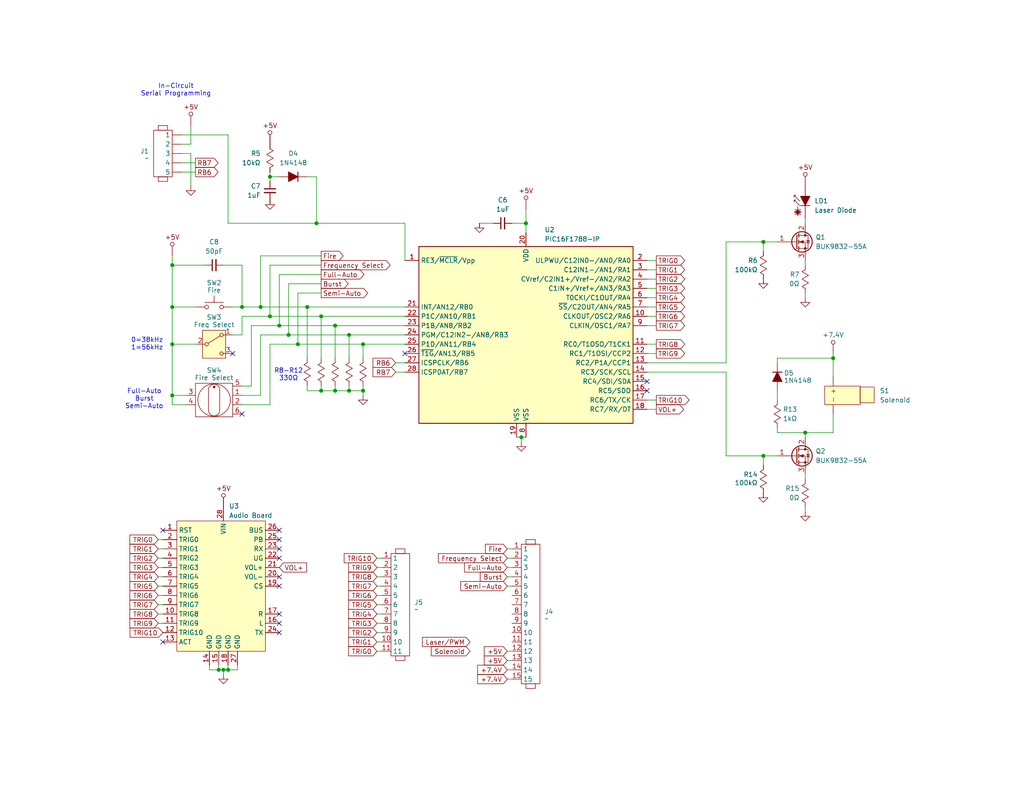
<source format=kicad_sch>
(kicad_sch (version 20231120) (generator "eeschema") (generator_version "8.0")
  (paper "A")
  (title_block (title "Blaster") (date "2025-04-14") (rev "A") (company "Idaho State University"))
  (lib_symbols
    (symbol "AW_Libraries_Power:+7.4V"
      (property "Value" "+7.4V" (at 0 0 0))
      (symbol "+7.4V_0_1"
        (circle (center 0 -2.032) (radius 0.508))
      )
      (symbol "+7.4V_1_1"
        (pin power_in line (at 0 -5.08 90) (length 2.54) (name "") (number ""))
      )
    )
    (symbol "AW_Libraries_Power:GND" (power) (pin_numbers hide) (pin_names (offset 0) hide) (in_bom no) (on_board no)
      (symbol "GND_0_1"
        (polyline (pts (xy -1.27 0) (xy 1.27 0) (xy 0 -1.27) (xy -1.27 0)))
      )
      (symbol "GND_1_1"
        (pin input line (at 0 1.27 270) (length 1.27) (name "GND") (number ""))
      )
    )
    (symbol "Device:C_Small" (pin_numbers hide) (pin_names (offset 0.254) hide)
      (property "Reference" "C" (at 0.254 1.778 0))
      (property "Value" "C_Small" (at 0.254 -2.032 0))
      (symbol "C_Small_0_1"
        (polyline (pts (xy -1.524 -0.508) (xy 1.524 -0.508)) (stroke (width 0.3302)))
        (polyline (pts (xy -1.524 0.508) (xy 1.524 0.508)) (stroke (width 0.3048)))
      )
      (symbol "C_Small_1_1"
        (pin passive line (at 0 2.54 270) (length 2.032) (name "~") (number "1"))
        (pin passive line (at 0 -2.54 90) (length 2.032) (name "~") (number "2"))
      )
    )
    (symbol "Device:D_Filled" (pin_numbers hide) (pin_names (offset 1.016) hide)
      (property "Reference" "D" (at 0 2.54 0))
      (property "Value" "D_Filled" (at 0 -2.54 0))
      (symbol "D_Filled_0_1"
        (polyline (pts (xy -1.27 1.27) (xy -1.27 -1.27)) (stroke (width 0.254)))
        (polyline (pts (xy 1.27 0) (xy -1.27 0)))
        (polyline (pts (xy 1.27 1.27) (xy 1.27 -1.27) (xy -1.27 0) (xy 1.27 1.27)) (stroke (width 0.254)) (fill (type outline)))
      )
      (symbol "D_Filled_1_1"
        (pin passive line (at -3.81 0 0) (length 2.54) (name "K") (number "1"))
        (pin passive line (at 3.81 0 180) (length 2.54) (name "A") (number "2"))
      )
    )
    (symbol "Libraries:+5V" (power) (pin_numbers hide) (pin_names (offset 0)) (in_bom no) (on_board no)
      (symbol "+5V_0_1"
        (circle (center 0 1.905) (radius 0.5236))
      )
      (symbol "+5V_1_0"
        (text "+5V" (at 0 3.81 0) (effects (font (size 1.27 1.27))))
      )
      (symbol "+5V_1_1"
        (pin power_in line (at 0 -1.27 90) (length 2.54) (name "") (number ""))
      )
    )
    (symbol "Libraries:Audio_Board"
      (property "Reference" "U" (at -2.032 -0.508 0))
      (property "Value" "Adafruit Audio Board" (at 7.366 -2.54 0))
      (symbol "Audio_Board_1_1"
        (rectangle (start -16.51 -5.08) (end 7.62 -40.64) (fill (type background)))
        (pin input line (at -20.32 -7.62 0) (length 3.81) (name "RST") (number "1"))
        (pin input line (at -20.32 -30.48 0) (length 3.81) (name "TRIG8") (number "10"))
        (pin input line (at -20.32 -33.02 0) (length 3.81) (name "TRIG9") (number "11"))
        (pin input line (at -20.32 -35.56 0) (length 3.81) (name "TRIG10") (number "12"))
        (pin input line (at -20.32 -38.1 0) (length 3.81) (name "ACT") (number "13"))
        (pin power_in line (at -7.62 -44.45 90) (length 3.81) (name "GND") (number "14"))
        (pin power_in line (at -5.08 -44.45 90) (length 3.81) (name "GND") (number "15"))
        (pin output line (at 11.43 -33.02 180) (length 3.81) (name "L") (number "16"))
        (pin output line (at 11.43 -30.48 180) (length 3.81) (name "R") (number "17"))
        (pin power_in line (at -2.54 -44.45 90) (length 3.81) (name "GND") (number "18"))
        (pin input line (at 11.43 -22.86 180) (length 3.81) (name "CS") (number "19"))
        (pin input line (at -20.32 -10.16 0) (length 3.81) (name "TRIG0") (number "2"))
        (pin input line (at 11.43 -20.32 180) (length 3.81) (name "VOL-") (number "20"))
        (pin input line (at 11.43 -17.78 180) (length 3.81) (name "VOL+") (number "21"))
        (pin input line (at 11.43 -15.24 180) (length 3.81) (name "UG") (number "22"))
        (pin input line (at 11.43 -12.7 180) (length 3.81) (name "RX") (number "23"))
        (pin output line (at 11.43 -35.56 180) (length 3.81) (name "TX") (number "24"))
        (pin input line (at 11.43 -10.16 180) (length 3.81) (name "PB") (number "25"))
        (pin input line (at 11.43 -7.62 180) (length 3.81) (name "BUS") (number "26"))
        (pin power_in line (at 0 -44.45 90) (length 3.81) (name "GND") (number "27"))
        (pin power_in line (at -3.81 -1.27 270) (length 3.81) (name "VIN") (number "28"))
        (pin input line (at -20.32 -12.7 0) (length 3.81) (name "TRIG1") (number "3"))
        (pin input line (at -20.32 -15.24 0) (length 3.81) (name "TRIG2") (number "4"))
        (pin input line (at -20.32 -17.78 0) (length 3.81) (name "TRIG3") (number "5"))
        (pin input line (at -20.32 -20.32 0) (length 3.81) (name "TRIG4") (number "6"))
        (pin input line (at -20.32 -22.86 0) (length 3.81) (name "TRIG5") (number "7"))
        (pin input line (at -20.32 -25.4 0) (length 3.81) (name "TRIG6") (number "8"))
        (pin input line (at -20.32 -27.94 0) (length 3.81) (name "TRIG7") (number "9"))
      )
    )
    (symbol "Libraries:Header_1x11"
      (property "Reference" "J" (at 0 0 0))
      (symbol "Header_1x11_0_1"
        (rectangle (start -2.54 -2.54) (end 2.54 -30.48))
        (rectangle (start -1.27 -30.48) (end 1.27 -31.75))
        (rectangle (start -1.27 -1.27) (end 1.27 -2.54))
      )
      (symbol "Header_1x11_1_1"
        (pin passive line (at -5.08 -3.81 0) (length 2.54) (name "1") (number "1"))
        (pin passive line (at -5.08 -26.67 0) (length 2.54) (name "10") (number "10"))
        (pin passive line (at -5.08 -29.21 0) (length 2.54) (name "11") (number "11"))
        (pin passive line (at -5.08 -6.35 0) (length 2.54) (name "2") (number "2"))
        (pin passive line (at -5.08 -8.89 0) (length 2.54) (name "3") (number "3"))
        (pin passive line (at -5.08 -11.43 0) (length 2.54) (name "4") (number "4"))
        (pin passive line (at -5.08 -13.97 0) (length 2.54) (name "5") (number "5"))
        (pin passive line (at -5.08 -16.51 0) (length 2.54) (name "6") (number "6"))
        (pin passive line (at -5.08 -19.05 0) (length 2.54) (name "7") (number "7"))
        (pin passive line (at -5.08 -21.59 0) (length 2.54) (name "8") (number "8"))
        (pin passive line (at -5.08 -24.13 0) (length 2.54) (name "9") (number "9"))
      )
    )
    (symbol "Libraries:Header_1x15"
      (property "Reference" "J" (at 0 0 0))
      (symbol "Header_1x15_0_1"
        (rectangle (start -2.54 -2.54) (end 2.54 -40.64))
        (rectangle (start -1.27 -40.64) (end 1.27 -41.91))
        (rectangle (start -1.27 -1.27) (end 1.27 -2.54))
      )
      (symbol "Header_1x15_1_1"
        (pin passive line (at -5.08 -3.81 0) (length 2.54) (name "1") (number "1"))
        (pin passive line (at -5.08 -26.67 0) (length 2.54) (name "10") (number "10"))
        (pin passive line (at -5.08 -29.21 0) (length 2.54) (name "11") (number "11"))
        (pin passive line (at -5.08 -31.75 0) (length 2.54) (name "12") (number "12"))
        (pin passive line (at -5.08 -34.29 0) (length 2.54) (name "13") (number "13"))
        (pin passive line (at -5.08 -36.83 0) (length 2.54) (name "14") (number "14"))
        (pin passive line (at -5.08 -39.37 0) (length 2.54) (name "15") (number "15"))
        (pin passive line (at -5.08 -6.35 0) (length 2.54) (name "2") (number "2"))
        (pin passive line (at -5.08 -8.89 0) (length 2.54) (name "3") (number "3"))
        (pin passive line (at -5.08 -11.43 0) (length 2.54) (name "4") (number "4"))
        (pin passive line (at -5.08 -13.97 0) (length 2.54) (name "5") (number "5"))
        (pin passive line (at -5.08 -16.51 0) (length 2.54) (name "6") (number "6"))
        (pin passive line (at -5.08 -19.05 0) (length 2.54) (name "7") (number "7"))
        (pin passive line (at -5.08 -21.59 0) (length 2.54) (name "8") (number "8"))
        (pin passive line (at -5.08 -24.13 0) (length 2.54) (name "9") (number "9"))
      )
    )
    (symbol "Libraries:Header_1x5" (pin_numbers hide)
      (property "Reference" "J" (at 0 0 0))
      (symbol "Header_1x5_0_1"
        (rectangle (start -2.54 -2.54) (end 2.54 -15.24))
        (rectangle (start -1.27 -15.24) (end 1.27 -16.51))
        (rectangle (start -1.27 -1.27) (end 1.27 -2.54))
      )
      (symbol "Header_1x5_1_1"
        (pin passive line (at -5.08 -3.81 0) (length 2.54) (name "1") (number "1"))
        (pin passive line (at -5.08 -6.35 0) (length 2.54) (name "2") (number "2"))
        (pin passive line (at -5.08 -8.89 0) (length 2.54) (name "3") (number "3"))
        (pin passive line (at -5.08 -11.43 0) (length 2.54) (name "4") (number "4"))
        (pin passive line (at -5.08 -13.97 0) (length 2.54) (name "5") (number "5"))
      )
    )
    (symbol "Libraries:Laser_Diode" (pin_numbers hide) (pin_names hide)
      (property "Reference" "LD" (at 0 0 0))
      (symbol "Laser_Diode_0_1"
        (polyline (pts (xy -4.064 -6.35) (xy -2.54 -4.826)))
        (polyline (pts (xy -4.064 -5.842) (xy -2.54 -5.334)))
        (polyline (pts (xy -4.064 -5.334) (xy -2.54 -5.842)))
        (polyline (pts (xy -4.064 -4.826) (xy -2.54 -6.35)))
        (polyline (pts (xy -3.556 -4.826) (xy -3.048 -6.35)))
        (polyline (pts (xy -3.302 -5.588) (xy -3.302 -6.604)))
        (polyline (pts (xy -3.302 -5.588) (xy -3.302 -4.572)))
        (polyline (pts (xy -3.048 -4.826) (xy -3.556 -6.35)))
        (polyline (pts (xy -1.778 -5.588) (xy -4.318 -5.588)))
        (polyline (pts (xy -1.524 -6.35) (xy -1.524 -8.89)) (stroke (width 0.2032)))
        (polyline (pts (xy 1.27 -4.572) (xy 0.762 -4.572)))
        (polyline (pts (xy -0.254 -6.096) (xy 1.27 -4.572) (xy 1.27 -5.08)))
        (polyline (pts (xy -1.524 -6.096) (xy 0 -4.572) (xy 0 -5.08) (xy 0 -4.572) (xy -0.508 -4.572)))
      )
      (symbol "Laser_Diode_1_1"
        (polyline (pts (xy 1.016 -6.35) (xy 1.016 -8.89) (xy -1.524 -7.62) (xy 1.016 -6.35)) (stroke (width 0.2032)) (fill (type outline)))
        (pin passive line (at 3.81 -7.62 180) (length 3.81) (name "A") (number "1"))
        (pin passive line (at -5.08 -7.62 0) (length 3.81) (name "K") (number "2"))
      )
    )
    (symbol "Libraries:PIC16F883_BIN_ACOUT"
      (property "Reference" "U" (at 0 0 0))
      (property "Value" "PIC16F883-IP" (at 6.096 -2.286 0))
      (symbol "PIC16F883_BIN_ACOUT_0_1"
        (rectangle (start -35.56 -3.81) (end 22.86 -52.07) (stroke (width 0.254)) (fill (type background)))
      )
      (symbol "PIC16F883_BIN_ACOUT_1_1"
        (pin bidirectional line (at -39.37 -7.62 0) (length 3.81) (name "RE3/~{MCLR}/Vpp") (number "1"))
        (pin bidirectional line (at 26.67 -22.86 180) (length 3.81) (name "CLKOUT/OSC2/RA6") (number "10"))
        (pin bidirectional line (at 26.67 -30.48 180) (length 3.81) (name "RC0/T1OSO/T1CK1") (number "11"))
        (pin bidirectional line (at 26.67 -33.02 180) (length 3.81) (name "RC1/T1OSI/CCP2") (number "12"))
        (pin bidirectional line (at 26.67 -35.56 180) (length 3.81) (name "RC2/P1A/CCP1") (number "13"))
        (pin bidirectional line (at 26.67 -38.1 180) (length 3.81) (name "RC3/SCK/SCL") (number "14"))
        (pin bidirectional line (at 26.67 -40.64 180) (length 3.81) (name "RC4/SDI/SDA") (number "15"))
        (pin bidirectional line (at 26.67 -43.18 180) (length 3.81) (name "RC5/SDO") (number "16"))
        (pin bidirectional line (at 26.67 -45.72 180) (length 3.81) (name "RC6/TX/CK") (number "17"))
        (pin bidirectional line (at 26.67 -48.26 180) (length 3.81) (name "RC7/RX/DT") (number "18"))
        (pin power_in line (at -8.89 -55.88 90) (length 3.81) (name "VSS") (number "19"))
        (pin bidirectional line (at 26.67 -7.62 180) (length 3.81) (name "ULPWU/C12IN0-/AN0/RA0") (number "2"))
        (pin power_in line (at -6.35 0 270) (length 3.81) (name "VDD") (number "20"))
        (pin bidirectional line (at -39.37 -20.32 0) (length 3.81) (name "INT/AN12/RB0") (number "21"))
        (pin bidirectional line (at -39.37 -22.86 0) (length 3.81) (name "P1C/AN10/RB1") (number "22"))
        (pin bidirectional line (at -39.37 -25.4 0) (length 3.81) (name "P1B/AN8/RB2") (number "23"))
        (pin bidirectional line (at -39.37 -27.94 0) (length 3.81) (name "PGM/C12IN2-/AN8/RB3") (number "24"))
        (pin bidirectional line (at -39.37 -30.48 0) (length 3.81) (name "P1D/AN11/RB4") (number "25"))
        (pin bidirectional line (at -39.37 -33.02 0) (length 3.81) (name "~{T1G}/AN13/RB5") (number "26"))
        (pin bidirectional line (at -39.37 -35.56 0) (length 3.81) (name "ICSPCLK/RB6") (number "27"))
        (pin bidirectional line (at -39.37 -38.1 0) (length 3.81) (name "ICSPDAT/RB7") (number "28"))
        (pin bidirectional line (at 26.67 -10.16 180) (length 3.81) (name "C12IN1-/AN1/RA1") (number "3"))
        (pin bidirectional line (at 26.67 -12.7 180) (length 3.81) (name "CVref/C2IN1+/Vref-/AN2/RA2") (number "4"))
        (pin bidirectional line (at 26.67 -15.24 180) (length 3.81) (name "C1IN+/Vref+/AN3/RA3") (number "5"))
        (pin bidirectional line (at 26.67 -17.78 180) (length 3.81) (name "T0CKI/C1OUT/RA4") (number "6"))
        (pin bidirectional line (at 26.67 -20.32 180) (length 3.81) (name "~{SS}/C2OUT/AN4/RA5") (number "7"))
        (pin power_in line (at -6.35 -55.88 90) (length 3.81) (name "VSS") (number "8"))
        (pin input line (at 26.67 -25.4 180) (length 3.81) (name "CLKIN/OSC1/RA7") (number "9"))
      )
    )
    (symbol "Libraries:R_Custom" (pin_numbers hide) (pin_names (offset 1.016) hide)
      (property "Reference" "R1" (at 0 6.35 0))
      (property "Value" "RΩ" (at 0 3.81 0))
      (symbol "R_Custom_0_1"
        (polyline (pts (xy -2.54 0) (xy -2.032 0.889) (xy -1.524 0) (xy -1.016 -0.889) (xy -0.508 0) (xy 0 0.889) (xy 0.508 0) (xy 1.016 -0.889) (xy 1.524 0) (xy 2.032 0.889) (xy 2.54 0)))
      )
      (symbol "R_Custom_1_1"
        (pin passive line (at -3.81 0 0) (length 1.27) (name "") (number "1"))
        (pin passive line (at 3.81 0 180) (length 1.27) (name "") (number "2"))
      )
    )
    (symbol "Libraries:SW_Blaster_Fire_Select"
      (property "Reference" "SW" (at 0 0 0))
      (symbol "SW_Blaster_Fire_Select_0_1"
        (rectangle (start -5.08 -1.778) (end 5.08 -10.922))
        (arc (start -1.524 -9.144) (mid -1.0776 -10.2216) (end 0 -10.668))
        (arc (start 0 -10.668) (mid 1.0776 -10.2216) (end 1.524 -9.144))
        (circle (center 0 -6.35) (radius 4.4432))
        (arc (start 0 -2.032) (mid -1.0776 -2.4784) (end -1.524 -3.556))
        (polyline (pts (xy -1.524 -3.556) (xy -1.524 -9.144)))
        (polyline (pts (xy 1.524 -3.556) (xy 1.524 -9.144)))
        (arc (start 1.524 -3.556) (mid 1.0708 -2.4852) (end 0 -2.032))
      )
      (symbol "SW_Blaster_Fire_Select_1_0"
        (pin output line (at 7.62 -5.08 180) (length 2.54) (name "") (number "1"))
        (pin output line (at 7.62 -7.62 180) (length 2.54) (name "") (number "2"))
        (pin input line (at -7.62 -5.08 0) (length 2.54) (name "") (number "3"))
        (pin input line (at -7.62 -7.62 0) (length 2.54) (name "") (number "4"))
        (pin output line (at 7.62 -2.54 180) (length 2.54) (name "") (number "5"))
        (pin output line (at 7.62 -10.16 180) (length 2.54) (name "") (number "6"))
      )
      (symbol "SW_Blaster_Fire_Select_1_1"
        (circle (center 0 -2.794) (radius 0.254) (fill (type outline)))
      )
    )
    (symbol "Libraries:Solenoid" (pin_numbers hide)
      (property "Reference" "S" (at 2.286 -5.08 0))
      (property "Value" "Solenoid" (at 5.588 -7.366 0))
      (symbol "Solenoid_1_1"
        (rectangle (start -2.286 -8.89) (end 7.366 -13.97) (fill (type background)))
        (rectangle (start 7.366 -9.144) (end 11.176 -13.462) (fill (type background)))
        (pin input line (at 0 -6.35 270) (length 2.54) (name "+") (number "1"))
        (pin input line (at 0 -16.51 90) (length 2.54) (name "-") (number "2"))
      )
    )
    (symbol "Switch:SW_Push" (pin_numbers hide) (pin_names (offset 1.016) hide)
      (property "Reference" "SW" (at 1.27 2.54 0))
      (property "Value" "SW_Push" (at 0 -1.524 0))
      (symbol "SW_Push_0_1"
        (circle (center -2.032 0) (radius 0.508))
        (polyline (pts (xy 0 1.27) (xy 0 3.048)))
        (polyline (pts (xy 2.54 1.27) (xy -2.54 1.27)))
        (circle (center 2.032 0) (radius 0.508))
        (pin passive line (at -5.08 0 0) (length 2.54) (name "1") (number "1"))
        (pin passive line (at 5.08 0 180) (length 2.54) (name "2") (number "2"))
      )
    )
    (symbol "Switch:SW_SPDT" (pin_names (offset 0) hide)
      (property "Reference" "SW" (at 0 5.08 0))
      (property "Value" "SW_SPDT" (at 0 -5.08 0))
      (symbol "SW_SPDT_0_1"
        (circle (center -2.032 0) (radius 0.4572))
        (polyline (pts (xy -1.651 0.254) (xy 1.651 2.286)))
        (circle (center 2.032 -2.54) (radius 0.4572))
        (circle (center 2.032 2.54) (radius 0.4572))
      )
      (symbol "SW_SPDT_1_1"
        (rectangle (start -3.175 3.81) (end 3.175 -3.81) (fill (type background)))
        (pin passive line (at 5.08 2.54 180) (length 2.54) (name "A") (number "1"))
        (pin passive line (at -5.08 0 0) (length 2.54) (name "B") (number "2"))
        (pin passive line (at 5.08 -2.54 180) (length 2.54) (name "C") (number "3"))
      )
    )
    (symbol "Transistor_FET:BUK7880-55A" (pin_names hide)
      (property "Reference" "Q" (at 5.08 1.905 0))
      (property "Value" "BUK7880-55A" (at 5.08 0 0))
      (symbol "BUK7880-55A_0_1"
        (polyline (pts (xy 0.254 0) (xy -2.54 0)))
        (polyline (pts (xy 0.254 1.905) (xy 0.254 -1.905)) (stroke (width 0.254)))
        (polyline (pts (xy 0.762 -1.27) (xy 0.762 -2.286)) (stroke (width 0.254)))
        (polyline (pts (xy 0.762 0.508) (xy 0.762 -0.508)) (stroke (width 0.254)))
        (polyline (pts (xy 0.762 2.286) (xy 0.762 1.27)) (stroke (width 0.254)))
        (polyline (pts (xy 2.54 2.54) (xy 2.54 1.778)))
        (polyline (pts (xy 2.54 -2.54) (xy 2.54 0) (xy 0.762 0)))
        (polyline (pts (xy 0.762 -1.778) (xy 3.302 -1.778) (xy 3.302 1.778) (xy 0.762 1.778)))
        (polyline (pts (xy 1.016 0) (xy 2.032 0.381) (xy 2.032 -0.381) (xy 1.016 0)) (fill (type outline)))
        (polyline (pts (xy 2.794 0.508) (xy 2.921 0.381) (xy 3.683 0.381) (xy 3.81 0.254)))
        (polyline (pts (xy 3.302 0.381) (xy 2.921 -0.254) (xy 3.683 -0.254) (xy 3.302 0.381)))
        (circle (center 1.651 0) (radius 2.794) (stroke (width 0.254)))
        (circle (center 2.54 -1.778) (radius 0.254) (fill (type outline)))
        (circle (center 2.54 1.778) (radius 0.254) (fill (type outline)))
      )
      (symbol "BUK7880-55A_1_1"
        (pin input line (at -5.08 0 0) (length 2.54) (name "G") (number "1"))
        (pin passive line (at 2.54 5.08 270) (length 2.54) (name "D") (number "2"))
        (pin passive line (at 2.54 -5.08 90) (length 2.54) (name "S") (number "3"))
      )
    )
  )
  (junction (at 95.25 91.44))
  (junction (at 86.36 60.96))
  (junction (at 78.74 91.44))
  (junction (at 208.28 66.04))
  (junction (at 99.06 106.68))
  (junction (at 83.82 83.82))
  (junction (at 142.24 119.38))
  (junction (at 66.04 83.82))
  (junction (at 62.23 182.88))
  (junction (at 81.28 93.98))
  (junction (at 219.71 118.11))
  (junction (at 46.99 93.98))
  (junction (at 59.69 182.88))
  (junction (at 73.66 48.26))
  (junction (at 227.33 97.79))
  (junction (at 46.99 83.82))
  (junction (at 46.99 72.39))
  (junction (at 73.66 86.36))
  (junction (at 95.25 106.68))
  (junction (at 46.99 107.95))
  (junction (at 60.96 182.88))
  (junction (at 87.63 106.68))
  (junction (at 76.2 88.9))
  (junction (at 143.51 60.96))
  (junction (at 91.44 88.9))
  (junction (at 87.63 86.36))
  (junction (at 91.44 106.68))
  (junction (at 208.28 124.46))
  (junction (at 99.06 93.98))
  (junction (at 71.12 83.82))
  (no_connect (at 76.2 157.48))
  (no_connect (at 66.04 113.03))
  (no_connect (at 76.2 152.4))
  (no_connect (at 76.2 172.72))
  (no_connect (at 76.2 170.18))
  (no_connect (at 176.53 104.14))
  (no_connect (at 63.5 96.52))
  (no_connect (at 76.2 149.86))
  (no_connect (at 76.2 144.78))
  (no_connect (at 110.49 96.52))
  (no_connect (at 176.53 106.68))
  (no_connect (at 44.45 175.26))
  (no_connect (at 76.2 160.02))
  (no_connect (at 44.45 144.78))
  (no_connect (at 76.2 167.64))
  (no_connect (at 76.2 147.32))
  (wire (pts (xy 57.15 182.88) (xy 59.69 182.88)))
  (wire (pts (xy 208.28 68.58) (xy 208.28 66.04)))
  (wire (pts (xy 46.99 72.39) (xy 46.99 83.82)))
  (wire (pts (xy 91.44 88.9) (xy 110.49 88.9)))
  (wire (pts (xy 57.15 181.61) (xy 57.15 182.88)))
  (wire (pts (xy 81.28 93.98) (xy 99.06 93.98)))
  (wire (pts (xy 138.43 157.48) (xy 139.7 157.48)))
  (wire (pts (xy 63.5 91.44) (xy 66.04 91.44)))
  (wire (pts (xy 76.2 74.93) (xy 76.2 88.9)))
  (wire (pts (xy 46.99 93.98) (xy 46.99 107.95)))
  (wire (pts (xy 66.04 86.36) (xy 73.66 86.36)))
  (wire (pts (xy 107.95 99.06) (xy 110.49 99.06)))
  (wire (pts (xy 71.12 83.82) (xy 83.82 83.82)))
  (wire (pts (xy 102.87 162.56) (xy 104.14 162.56)))
  (wire (pts (xy 83.82 105.41) (xy 83.82 106.68)))
  (wire (pts (xy 43.18 160.02) (xy 44.45 160.02)))
  (wire (pts (xy 73.66 46.99) (xy 73.66 48.26)))
  (wire (pts (xy 73.66 86.36) (xy 87.63 86.36)))
  (wire (pts (xy 198.12 66.04) (xy 198.12 99.06)))
  (wire (pts (xy 99.06 106.68) (xy 95.25 106.68)))
  (wire (pts (xy 99.06 105.41) (xy 99.06 106.68)))
  (wire (pts (xy 46.99 72.39) (xy 55.88 72.39)))
  (wire (pts (xy 138.43 160.02) (xy 139.7 160.02)))
  (wire (pts (xy 179.07 111.76) (xy 176.53 111.76)))
  (wire (pts (xy 138.43 177.8) (xy 139.7 177.8)))
  (wire (pts (xy 43.18 167.64) (xy 44.45 167.64)))
  (wire (pts (xy 43.18 147.32) (xy 44.45 147.32)))
  (wire (pts (xy 212.09 97.79) (xy 212.09 99.06)))
  (wire (pts (xy 87.63 72.39) (xy 73.66 72.39)))
  (wire (pts (xy 49.53 36.83) (xy 62.23 36.83)))
  (wire (pts (xy 139.7 60.96) (xy 143.51 60.96)))
  (wire (pts (xy 102.87 167.64) (xy 104.14 167.64)))
  (wire (pts (xy 198.12 124.46) (xy 208.28 124.46)))
  (wire (pts (xy 71.12 69.85) (xy 71.12 83.82)))
  (wire (pts (xy 138.43 182.88) (xy 139.7 182.88)))
  (wire (pts (xy 66.04 105.41) (xy 68.58 105.41)))
  (wire (pts (xy 142.24 119.38) (xy 143.51 119.38)))
  (wire (pts (xy 179.07 93.98) (xy 176.53 93.98)))
  (wire (pts (xy 143.51 57.15) (xy 143.51 60.96)))
  (wire (pts (xy 49.53 39.37) (xy 52.07 39.37)))
  (wire (pts (xy 43.18 149.86) (xy 44.45 149.86)))
  (wire (pts (xy 227.33 96.52) (xy 227.33 97.79)))
  (wire (pts (xy 71.12 107.95) (xy 66.04 107.95)))
  (wire (pts (xy 91.44 106.68) (xy 95.25 106.68)))
  (wire (pts (xy 68.58 88.9) (xy 68.58 105.41)))
  (wire (pts (xy 43.18 152.4) (xy 44.45 152.4)))
  (wire (pts (xy 138.43 154.94) (xy 139.7 154.94)))
  (wire (pts (xy 64.77 182.88) (xy 62.23 182.88)))
  (wire (pts (xy 76.2 48.26) (xy 73.66 48.26)))
  (wire (pts (xy 46.99 110.49) (xy 46.99 107.95)))
  (wire (pts (xy 208.28 127) (xy 208.28 124.46)))
  (wire (pts (xy 86.36 48.26) (xy 86.36 60.96)))
  (wire (pts (xy 179.07 88.9) (xy 176.53 88.9)))
  (wire (pts (xy 83.82 83.82) (xy 110.49 83.82)))
  (wire (pts (xy 60.96 72.39) (xy 66.04 72.39)))
  (wire (pts (xy 46.99 93.98) (xy 53.34 93.98)))
  (wire (pts (xy 64.77 181.61) (xy 64.77 182.88)))
  (wire (pts (xy 102.87 165.1) (xy 104.14 165.1)))
  (wire (pts (xy 179.07 109.22) (xy 176.53 109.22)))
  (wire (pts (xy 176.53 99.06) (xy 198.12 99.06)))
  (wire (pts (xy 179.07 83.82) (xy 176.53 83.82)))
  (wire (pts (xy 76.2 88.9) (xy 91.44 88.9)))
  (wire (pts (xy 212.09 97.79) (xy 227.33 97.79)))
  (wire (pts (xy 62.23 36.83) (xy 62.23 60.96)))
  (wire (pts (xy 102.87 175.26) (xy 104.14 175.26)))
  (wire (pts (xy 91.44 106.68) (xy 91.44 105.41)))
  (wire (pts (xy 102.87 172.72) (xy 104.14 172.72)))
  (wire (pts (xy 81.28 80.01) (xy 81.28 93.98)))
  (wire (pts (xy 46.99 69.85) (xy 46.99 72.39)))
  (wire (pts (xy 66.04 86.36) (xy 66.04 91.44)))
  (wire (pts (xy 179.07 71.12) (xy 176.53 71.12)))
  (wire (pts (xy 71.12 91.44) (xy 71.12 107.95)))
  (wire (pts (xy 73.66 93.98) (xy 81.28 93.98)))
  (wire (pts (xy 179.07 78.74) (xy 176.53 78.74)))
  (wire (pts (xy 102.87 170.18) (xy 104.14 170.18)))
  (wire (pts (xy 59.69 181.61) (xy 59.69 182.88)))
  (wire (pts (xy 227.33 118.11) (xy 219.71 118.11)))
  (wire (pts (xy 83.82 106.68) (xy 87.63 106.68)))
  (wire (pts (xy 138.43 185.42) (xy 139.7 185.42)))
  (wire (pts (xy 73.66 72.39) (xy 73.66 86.36)))
  (wire (pts (xy 198.12 101.6) (xy 198.12 124.46)))
  (wire (pts (xy 102.87 152.4) (xy 104.14 152.4)))
  (wire (pts (xy 87.63 105.41) (xy 87.63 106.68)))
  (wire (pts (xy 43.18 170.18) (xy 44.45 170.18)))
  (wire (pts (xy 87.63 69.85) (xy 71.12 69.85)))
  (wire (pts (xy 102.87 160.02) (xy 104.14 160.02)))
  (wire (pts (xy 227.33 97.79) (xy 227.33 102.87)))
  (wire (pts (xy 208.28 124.46) (xy 212.09 124.46)))
  (wire (pts (xy 219.71 139.7) (xy 219.71 138.43)))
  (wire (pts (xy 86.36 48.26) (xy 83.82 48.26)))
  (wire (pts (xy 46.99 83.82) (xy 53.34 83.82)))
  (wire (pts (xy 68.58 88.9) (xy 76.2 88.9)))
  (wire (pts (xy 73.66 48.26) (xy 73.66 49.53)))
  (wire (pts (xy 63.5 83.82) (xy 66.04 83.82)))
  (wire (pts (xy 130.81 60.96) (xy 134.62 60.96)))
  (wire (pts (xy 87.63 86.36) (xy 110.49 86.36)))
  (wire (pts (xy 95.25 91.44) (xy 110.49 91.44)))
  (wire (pts (xy 73.66 110.49) (xy 66.04 110.49)))
  (wire (pts (xy 46.99 83.82) (xy 46.99 93.98)))
  (wire (pts (xy 49.53 44.45) (xy 53.34 44.45)))
  (wire (pts (xy 78.74 77.47) (xy 78.74 91.44)))
  (wire (pts (xy 43.18 165.1) (xy 44.45 165.1)))
  (wire (pts (xy 86.36 60.96) (xy 110.49 60.96)))
  (wire (pts (xy 78.74 91.44) (xy 95.25 91.44)))
  (wire (pts (xy 179.07 76.2) (xy 176.53 76.2)))
  (wire (pts (xy 87.63 74.93) (xy 76.2 74.93)))
  (wire (pts (xy 219.71 118.11) (xy 212.09 118.11)))
  (wire (pts (xy 138.43 149.86) (xy 139.7 149.86)))
  (wire (pts (xy 227.33 113.03) (xy 227.33 118.11)))
  (wire (pts (xy 87.63 106.68) (xy 91.44 106.68)))
  (wire (pts (xy 219.71 81.28) (xy 219.71 80.01)))
  (wire (pts (xy 179.07 96.52) (xy 176.53 96.52)))
  (wire (pts (xy 43.18 157.48) (xy 44.45 157.48)))
  (wire (pts (xy 110.49 60.96) (xy 110.49 71.12)))
  (wire (pts (xy 50.8 110.49) (xy 46.99 110.49)))
  (wire (pts (xy 91.44 88.9) (xy 91.44 97.79)))
  (wire (pts (xy 87.63 77.47) (xy 78.74 77.47)))
  (wire (pts (xy 87.63 86.36) (xy 87.63 97.79)))
  (wire (pts (xy 179.07 81.28) (xy 176.53 81.28)))
  (wire (pts (xy 62.23 181.61) (xy 62.23 182.88)))
  (wire (pts (xy 95.25 105.41) (xy 95.25 106.68)))
  (wire (pts (xy 102.87 154.94) (xy 104.14 154.94)))
  (wire (pts (xy 52.07 41.91) (xy 52.07 50.8)))
  (wire (pts (xy 52.07 34.29) (xy 52.07 39.37)))
  (wire (pts (xy 212.09 116.84) (xy 212.09 118.11)))
  (wire (pts (xy 219.71 118.11) (xy 219.71 119.38)))
  (wire (pts (xy 71.12 91.44) (xy 78.74 91.44)))
  (wire (pts (xy 60.96 184.15) (xy 60.96 182.88)))
  (wire (pts (xy 198.12 66.04) (xy 208.28 66.04)))
  (wire (pts (xy 138.43 180.34) (xy 139.7 180.34)))
  (wire (pts (xy 99.06 93.98) (xy 99.06 97.79)))
  (wire (pts (xy 49.53 46.99) (xy 53.34 46.99)))
  (wire (pts (xy 95.25 91.44) (xy 95.25 97.79)))
  (wire (pts (xy 87.63 80.01) (xy 81.28 80.01)))
  (wire (pts (xy 179.07 86.36) (xy 176.53 86.36)))
  (wire (pts (xy 50.8 107.95) (xy 46.99 107.95)))
  (wire (pts (xy 138.43 152.4) (xy 139.7 152.4)))
  (wire (pts (xy 142.24 119.38) (xy 142.24 120.65)))
  (wire (pts (xy 99.06 93.98) (xy 110.49 93.98)))
  (wire (pts (xy 66.04 83.82) (xy 71.12 83.82)))
  (wire (pts (xy 83.82 83.82) (xy 83.82 97.79)))
  (wire (pts (xy 219.71 59.69) (xy 219.71 60.96)))
  (wire (pts (xy 212.09 106.68) (xy 212.09 109.22)))
  (wire (pts (xy 66.04 72.39) (xy 66.04 83.82)))
  (wire (pts (xy 140.97 119.38) (xy 142.24 119.38)))
  (wire (pts (xy 102.87 157.48) (xy 104.14 157.48)))
  (wire (pts (xy 208.28 66.04) (xy 212.09 66.04)))
  (wire (pts (xy 143.51 60.96) (xy 143.51 63.5)))
  (wire (pts (xy 62.23 60.96) (xy 86.36 60.96)))
  (wire (pts (xy 219.71 130.81) (xy 219.71 129.54)))
  (wire (pts (xy 49.53 41.91) (xy 52.07 41.91)))
  (wire (pts (xy 99.06 107.95) (xy 99.06 106.68)))
  (wire (pts (xy 59.69 182.88) (xy 60.96 182.88)))
  (wire (pts (xy 107.95 101.6) (xy 110.49 101.6)))
  (wire (pts (xy 102.87 177.8) (xy 104.14 177.8)))
  (wire (pts (xy 198.12 101.6) (xy 176.53 101.6)))
  (wire (pts (xy 219.71 72.39) (xy 219.71 71.12)))
  (wire (pts (xy 179.07 73.66) (xy 176.53 73.66)))
  (wire (pts (xy 43.18 162.56) (xy 44.45 162.56)))
  (wire (pts (xy 62.23 182.88) (xy 60.96 182.88)))
  (wire (pts (xy 43.18 154.94) (xy 44.45 154.94)))
  (wire (pts (xy 73.66 93.98) (xy 73.66 110.49)))
  (text "0=38kHz\n1=56kHz" (at 40.132 93.98 0) (effects (font (size 1.27 1.27))))
  (text "In-Circuit\nSerial Programming" (at 48.006 24.638 0) (effects (font (size 1.27 1.27))))
  (text "Full-Auto\nBurst\nSemi-Auto" (at 39.37 108.966 0) (effects (font (size 1.27 1.27))))
  (text "R8-R12\n330Ω" (at 78.74 102.362 0) (effects (font (size 1.27 1.27))))
  (global_label "Semi-Auto" (shape input) (at 138.43 160.02 180) (property "Intersheetrefs" "${INTERSHEET_REFS}" (effects (hide yes))))
  (global_label "Frequency Select" (shape input) (at 138.43 152.4 180) (property "Intersheetrefs" "${INTERSHEET_REFS}" (effects (hide yes))))
  (global_label "+5V" (shape input) (at 138.43 177.8 180) (property "Intersheetrefs" "${INTERSHEET_REFS}" (effects (hide yes))))
  (global_label "Burst" (shape output) (at 87.63 77.47 0) (property "Intersheetrefs" "${INTERSHEET_REFS}" (effects (hide yes))))
  (global_label "TRIG6" (shape output) (at 179.07 86.36 0) (property "Intersheetrefs" "${INTERSHEET_REFS}" (effects (hide yes))))
  (global_label "TRIG1" (shape output) (at 179.07 73.66 0) (property "Intersheetrefs" "${INTERSHEET_REFS}" (effects (hide yes))))
  (global_label "TRIG10" (shape input) (at 44.45 172.72 180) (property "Intersheetrefs" "${INTERSHEET_REFS}" (effects (hide yes))))
  (global_label "TRIG2" (shape output) (at 179.07 76.2 0) (property "Intersheetrefs" "${INTERSHEET_REFS}" (effects (hide yes))))
  (global_label "TRIG3" (shape output) (at 179.07 78.74 0) (property "Intersheetrefs" "${INTERSHEET_REFS}" (effects (hide yes))))
  (global_label "Semi-Auto" (shape output) (at 87.63 80.01 0) (property "Intersheetrefs" "${INTERSHEET_REFS}" (effects (hide yes))))
  (global_label "TRIG8" (shape input) (at 102.87 157.48 180) (property "Intersheetrefs" "${INTERSHEET_REFS}" (effects (hide yes))))
  (global_label "TRIG7" (shape input) (at 43.18 165.1 180) (property "Intersheetrefs" "${INTERSHEET_REFS}" (effects (hide yes))))
  (global_label "TRIG8" (shape input) (at 43.18 167.64 180) (property "Intersheetrefs" "${INTERSHEET_REFS}" (effects (hide yes))))
  (global_label "VOL+" (shape output) (at 179.07 111.76 0) (property "Intersheetrefs" "${INTERSHEET_REFS}" (effects (hide yes))))
  (global_label "VOL+" (shape input) (at 76.2 154.94 0) (property "Intersheetrefs" "${INTERSHEET_REFS}" (effects (hide yes))))
  (global_label "TRIG0" (shape input) (at 43.18 147.32 180) (property "Intersheetrefs" "${INTERSHEET_REFS}" (effects (hide yes))))
  (global_label "RB7" (shape output) (at 53.34 44.45 0) (property "Intersheetrefs" "${INTERSHEET_REFS}" (effects (hide yes))))
  (global_label "TRIG8" (shape output) (at 179.07 93.98 0) (property "Intersheetrefs" "${INTERSHEET_REFS}" (effects (hide yes))))
  (global_label "TRIG2" (shape input) (at 102.87 172.72 180) (property "Intersheetrefs" "${INTERSHEET_REFS}" (effects (hide yes))))
  (global_label "Full-Auto" (shape input) (at 138.43 154.94 180) (property "Intersheetrefs" "${INTERSHEET_REFS}" (effects (hide yes))))
  (global_label "TRIG3" (shape input) (at 43.18 154.94 180) (property "Intersheetrefs" "${INTERSHEET_REFS}" (effects (hide yes))))
  (global_label "TRIG5" (shape input) (at 43.18 160.02 180) (property "Intersheetrefs" "${INTERSHEET_REFS}" (effects (hide yes))))
  (global_label "TRIG2" (shape input) (at 43.18 152.4 180) (property "Intersheetrefs" "${INTERSHEET_REFS}" (effects (hide yes))))
  (global_label "Frequency Select" (shape output) (at 87.63 72.39 0) (property "Intersheetrefs" "${INTERSHEET_REFS}" (effects (hide yes))))
  (global_label "+5V" (shape input) (at 138.43 180.34 180) (property "Intersheetrefs" "${INTERSHEET_REFS}" (effects (hide yes))))
  (global_label "Laser{slash}PWM" (shape input) (at 128.27 175.26 180) (property "Intersheetrefs" "${INTERSHEET_REFS}" (effects (hide yes))))
  (global_label "TRIG5" (shape input) (at 102.87 165.1 180) (property "Intersheetrefs" "${INTERSHEET_REFS}" (effects (hide yes))))
  (global_label "TRIG6" (shape input) (at 102.87 162.56 180) (property "Intersheetrefs" "${INTERSHEET_REFS}" (effects (hide yes))))
  (global_label "TRIG10" (shape output) (at 179.07 109.22 0) (property "Intersheetrefs" "${INTERSHEET_REFS}" (effects (hide yes))))
  (global_label "TRIG7" (shape output) (at 179.07 88.9 0) (property "Intersheetrefs" "${INTERSHEET_REFS}" (effects (hide yes))))
  (global_label "TRIG5" (shape output) (at 179.07 83.82 0) (property "Intersheetrefs" "${INTERSHEET_REFS}" (effects (hide yes))))
  (global_label "+7.4V" (shape input) (at 138.43 185.42 180) (property "Intersheetrefs" "${INTERSHEET_REFS}" (effects (hide yes))))
  (global_label "+7.4V" (shape input) (at 138.43 182.88 180) (property "Intersheetrefs" "${INTERSHEET_REFS}" (effects (hide yes))))
  (global_label "TRIG9" (shape input) (at 102.87 154.94 180) (property "Intersheetrefs" "${INTERSHEET_REFS}" (effects (hide yes))))
  (global_label "TRIG1" (shape input) (at 43.18 149.86 180) (property "Intersheetrefs" "${INTERSHEET_REFS}" (effects (hide yes))))
  (global_label "TRIG4" (shape output) (at 179.07 81.28 0) (property "Intersheetrefs" "${INTERSHEET_REFS}" (effects (hide yes))))
  (global_label "TRIG10" (shape input) (at 102.87 152.4 180) (property "Intersheetrefs" "${INTERSHEET_REFS}" (effects (hide yes))))
  (global_label "RB6" (shape input) (at 107.95 99.06 180) (property "Intersheetrefs" "${INTERSHEET_REFS}" (effects (hide yes))))
  (global_label "TRIG0" (shape output) (at 179.07 71.12 0) (property "Intersheetrefs" "${INTERSHEET_REFS}" (effects (hide yes))))
  (global_label "Fire" (shape input) (at 138.43 149.86 180) (property "Intersheetrefs" "${INTERSHEET_REFS}" (effects (hide yes))))
  (global_label "TRIG4" (shape input) (at 102.87 167.64 180) (property "Intersheetrefs" "${INTERSHEET_REFS}" (effects (hide yes))))
  (global_label "RB7" (shape input) (at 107.95 101.6 180) (property "Intersheetrefs" "${INTERSHEET_REFS}" (effects (hide yes))))
  (global_label "TRIG9" (shape input) (at 43.18 170.18 180) (property "Intersheetrefs" "${INTERSHEET_REFS}" (effects (hide yes))))
  (global_label "Fire" (shape output) (at 87.63 69.85 0) (property "Intersheetrefs" "${INTERSHEET_REFS}" (effects (hide yes))))
  (global_label "TRIG7" (shape input) (at 102.87 160.02 180) (property "Intersheetrefs" "${INTERSHEET_REFS}" (effects (hide yes))))
  (global_label "RB6" (shape output) (at 53.34 46.99 0) (property "Intersheetrefs" "${INTERSHEET_REFS}" (effects (hide yes))))
  (global_label "Solenoid" (shape input) (at 128.27 177.8 180) (property "Intersheetrefs" "${INTERSHEET_REFS}" (effects (hide yes))))
  (global_label "TRIG3" (shape input) (at 102.87 170.18 180) (property "Intersheetrefs" "${INTERSHEET_REFS}" (effects (hide yes))))
  (global_label "Burst" (shape input) (at 138.43 157.48 180) (property "Intersheetrefs" "${INTERSHEET_REFS}" (effects (hide yes))))
  (global_label "TRIG4" (shape input) (at 43.18 157.48 180) (property "Intersheetrefs" "${INTERSHEET_REFS}" (effects (hide yes))))
  (global_label "TRIG6" (shape input) (at 43.18 162.56 180) (property "Intersheetrefs" "${INTERSHEET_REFS}" (effects (hide yes))))
  (global_label "TRIG0" (shape input) (at 102.87 177.8 180) (property "Intersheetrefs" "${INTERSHEET_REFS}" (effects (hide yes))))
  (global_label "TRIG1" (shape input) (at 102.87 175.26 180) (property "Intersheetrefs" "${INTERSHEET_REFS}" (effects (hide yes))))
  (global_label "TRIG9" (shape output) (at 179.07 96.52 0) (property "Intersheetrefs" "${INTERSHEET_REFS}" (effects (hide yes))))
  (global_label "Full-Auto" (shape output) (at 87.63 74.93 0) (property "Intersheetrefs" "${INTERSHEET_REFS}" (effects (hide yes))))
  (symbol (lib_id "Libraries:Header_1x5") (at 44.45 33.02 0) (mirror y) (unit 1)
    (property "Reference" "J1" (at 40.64 41.2749 0) (effects (justify left)))
    (property "Value" "~" (at 40.64 43.18 0) (effects (justify left)))
    (property "Footprint" "Connector_PinHeader_2.54mm:PinHeader_1x05_P2.54mm_Vertical" (effects (hide yes)))
  )
  (symbol (lib_id "Transistor_FET:BUK7880-55A") (at 217.17 66.04 0) (unit 1)
    (property "Reference" "Q1" (at 222.504 64.77 0) (effects (justify left)))
    (property "Value" "BUK9832-55A" (at 222.504 67.31 0) (effects (justify left)))
    (property "Footprint" "Package_TO_SOT_SMD:SOT-223-3_TabPin2" (effects (hide yes)))
    (property "Datasheet" "https://assets.nexperia.com/documents/data-sheet/BUK7880-55A.pdf" (effects (hide yes)))
    (property "Description" "7A Id, 55V Vds, N-Channel Enhancement Mode MOSFET, SOT-223" (effects (hide yes)))
  )
  (symbol (lib_id "Libraries:R_Custom") (at 208.28 130.81 90) (mirror x) (unit 1)
    (property "Reference" "R14" (at 206.756 129.54 90) (effects (justify left)))
    (property "Value" "100kΩ" (at 206.756 131.826 90) (effects (justify left)))
    (property "Footprint" "Resistor_SMD:R_0805_2012Metric_Pad1.20x1.40mm_HandSolder" (effects (hide yes)))
    (property "Description" "Custom Resistor" (effects (hide yes)))
  )
  (symbol (lib_id "Libraries:Laser_Diode") (at 212.09 54.61 90) (unit 1)
    (property "Reference" "LD1" (at 222.25 54.8639 90) (effects (justify right)))
    (property "Value" "Laser Diode" (at 222.25 57.4039 90) (effects (justify right)))
    (property "Footprint" "AlexWheelockFootprintLibrary:Project_Locking_Output_Header" (effects (hide yes)))
    (property "Description" "Laser diode, cathode on pin 3, anode on pin 1" (effects (hide yes)))
  )
  (symbol (lib_id "Device:C_Small") (at 58.42 72.39 90) (unit 1)
    (property "Reference" "C8" (at 58.4263 66.04 90))
    (property "Value" "50pF" (at 58.4263 68.58 90))
    (property "Footprint" "Capacitor_SMD:C_0805_2012Metric_Pad1.18x1.45mm_HandSolder" (effects (hide yes)))
    (property "Description" "Unpolarized capacitor, small symbol" (effects (hide yes)))
  )
  (symbol (lib_id "Libraries:+5V") (at 143.51 55.88 0) (unit 1) (in_bom no) (on_board no)
    (property "Reference" "#+5V05" (effects (hide yes)))
    (property "Value" "+5V" (effects (hide yes)))
  )
  (symbol (lib_id "AW_Libraries_Power:GND") (at 73.66 55.88 0) (mirror y) (unit 1) (in_bom no) (on_board no)
    (property "Reference" "#PWR013" (effects (hide yes)))
    (property "Value" "GND" (effects (hide yes)))
  )
  (symbol (lib_id "Libraries:+5V") (at 73.66 38.1 0) (mirror y) (unit 1) (in_bom no) (on_board no)
    (property "Reference" "#+5V04" (effects (hide yes)))
    (property "Value" "+5V" (effects (hide yes)))
  )
  (symbol (lib_id "AW_Libraries_Power:GND") (at 130.81 62.23 0) (unit 1) (in_bom no) (on_board no)
    (property "Reference" "#PWR012" (effects (hide yes)))
    (property "Value" "GND" (effects (hide yes)))
  )
  (symbol (lib_id "AW_Libraries_Power:GND") (at 142.24 121.92 0) (unit 1) (in_bom no) (on_board no)
    (property "Reference" "#PWR018" (effects (hide yes)))
    (property "Value" "GND" (effects (hide yes)))
  )
  (symbol (lib_id "Device:C_Small") (at 137.16 60.96 90) (unit 1)
    (property "Reference" "C6" (at 137.1663 54.61 90))
    (property "Value" "1uF" (at 137.1663 57.15 90))
    (property "Footprint" "Capacitor_SMD:C_0805_2012Metric_Pad1.18x1.45mm_HandSolder" (effects (hide yes)))
    (property "Description" "Unpolarized capacitor, small symbol" (effects (hide yes)))
  )
  (symbol (lib_id "Libraries:SW_Blaster_Fire_Select") (at 58.42 102.87 0) (unit 1)
    (property "Reference" "SW4" (at 58.42 101.092 0))
    (property "Value" "Fire Select" (at 58.42 103.124 0))
    (property "Footprint" "AlexWheelockFootprintLibrary:Project_Locking_Header_1x06" (effects (hide yes)))
  )
  (symbol (lib_id "Libraries:Audio_Board") (at 64.77 137.16 0) (unit 1)
    (property "Reference" "U3" (at 62.484 138.176 0) (effects (justify left)))
    (property "Value" "Audio Board" (at 62.484 140.716 0) (effects (justify left)))
    (property "Footprint" "AlexWheelockFootprintLibrary:Project_Audio_Board" (effects (hide yes)))
  )
  (symbol (lib_id "AW_Libraries_Power:GND") (at 52.07 52.07 0) (unit 1) (in_bom no) (on_board no)
    (property "Reference" "#PWR011" (effects (hide yes)))
    (property "Value" "GND" (effects (hide yes)))
  )
  (symbol (lib_id "AW_Libraries_Power:GND") (at 219.71 82.55 0) (mirror y) (unit 1) (in_bom no) (on_board no)
    (property "Reference" "#PWR015" (effects (hide yes)))
    (property "Value" "GND" (effects (hide yes)))
  )
  (symbol (lib_id "Libraries:R_Custom") (at 91.44 101.6 90) (mirror x) (unit 1)
    (property "Reference" "R10" (effects (hide yes)))
    (property "Value" "330Ω" (effects (hide yes)))
    (property "Footprint" "Resistor_SMD:R_0805_2012Metric_Pad1.20x1.40mm_HandSolder" (effects (hide yes)))
    (property "Description" "Custom Resistor" (effects (hide yes)))
  )
  (symbol (lib_id "Device:C_Small") (at 73.66 52.07 0) (mirror y) (unit 1)
    (property "Reference" "C7" (at 71.12 50.8062 0) (effects (justify left)))
    (property "Value" "1uF" (at 71.12 53.3462 0) (effects (justify left)))
    (property "Footprint" "Capacitor_SMD:C_0805_2012Metric_Pad1.18x1.45mm_HandSolder" (effects (hide yes)))
    (property "Description" "Unpolarized capacitor, small symbol" (effects (hide yes)))
  )
  (symbol (lib_id "Libraries:+5V") (at 52.07 33.02 0) (unit 1) (in_bom no) (on_board no)
    (property "Reference" "#+5V02" (effects (hide yes)))
    (property "Value" "+5V" (effects (hide yes)))
  )
  (symbol (lib_id "Switch:SW_Push") (at 58.42 83.82 0) (unit 1)
    (property "Reference" "SW2" (at 58.42 77.216 0))
    (property "Value" "Fire" (at 58.42 79.248 0))
    (property "Footprint" "AlexWheelockFootprintLibrary:Project_Locking_Output_Header" (effects (hide yes)))
    (property "Description" "Push button switch, generic, two pins" (effects (hide yes)))
  )
  (symbol (lib_id "AW_Libraries_Power:GND") (at 60.96 185.42 0) (unit 1) (in_bom no) (on_board no)
    (property "Reference" "#PWR021" (effects (hide yes)))
    (property "Value" "GND" (effects (hide yes)))
  )
  (symbol (lib_id "Switch:SW_SPDT") (at 58.42 93.98 0) (unit 1)
    (property "Reference" "SW3" (at 60.452 86.614 0) (effects (justify right)))
    (property "Value" "Freq Select" (at 64.008 88.646 0) (effects (justify right)))
    (property "Footprint" "AlexWheelockFootprintLibrary:Project_Blaster_Freq_Switch" (effects (hide yes)))
    (property "Description" "Switch, single pole double throw" (effects (hide yes)))
  )
  (symbol (lib_id "Transistor_FET:BUK7880-55A") (at 217.17 124.46 0) (unit 1)
    (property "Reference" "Q2" (at 222.504 123.19 0) (effects (justify left)))
    (property "Value" "BUK9832-55A" (at 222.504 125.73 0) (effects (justify left)))
    (property "Footprint" "Package_TO_SOT_SMD:SOT-223-3_TabPin2" (effects (hide yes)))
    (property "Datasheet" "https://assets.nexperia.com/documents/data-sheet/BUK7880-55A.pdf" (effects (hide yes)))
    (property "Description" "7A Id, 55V Vds, N-Channel Enhancement Mode MOSFET, SOT-223" (effects (hide yes)))
  )
  (symbol (lib_id "Libraries:R_Custom") (at 219.71 134.62 90) (mirror x) (unit 1)
    (property "Reference" "R15" (at 218.186 133.35 90) (effects (justify left)))
    (property "Value" "0Ω" (at 218.186 135.89 90) (effects (justify left)))
    (property "Footprint" "Resistor_SMD:R_0805_2012Metric_Pad1.20x1.40mm_HandSolder" (effects (hide yes)))
    (property "Description" "Custom Resistor" (effects (hide yes)))
  )
  (symbol (lib_id "Libraries:R_Custom") (at 73.66 43.18 270) (mirror x) (unit 1)
    (property "Reference" "R5" (at 71.12 41.9099 90) (effects (justify right)))
    (property "Value" "10kΩ" (at 71.12 44.4499 90) (effects (justify right)))
    (property "Footprint" "Resistor_SMD:R_0805_2012Metric_Pad1.20x1.40mm_HandSolder" (effects (hide yes)))
    (property "Description" "Custom Resistor" (effects (hide yes)))
  )
  (symbol (lib_id "AW_Libraries_Power:GND") (at 208.28 77.47 0) (unit 1) (in_bom no) (on_board no)
    (property "Reference" "#PWR014" (effects (hide yes)))
    (property "Value" "GND" (effects (hide yes)))
  )
  (symbol (lib_id "Libraries:Header_1x11") (at 109.22 148.59 0) (unit 1)
    (property "Reference" "J5" (at 113.03 164.4649 0) (effects (justify left)))
    (property "Value" "~" (at 113.03 166.37 0) (effects (justify left)))
  )
  (symbol (lib_id "Device:D_Filled") (at 212.09 102.87 270) (unit 1)
    (property "Reference" "D5" (at 213.868 101.854 90) (effects (justify left)))
    (property "Value" "1N4148" (at 213.868 103.886 90) (effects (justify left)))
    (property "Footprint" "Diode_SMD:D_0805_2012Metric_Pad1.15x1.40mm_HandSolder" (effects (hide yes)))
    (property "Description" "Diode, filled shape" (effects (hide yes)))
    (property "Sim.Device" "D" (effects (hide yes)))
    (property "Sim.Pins" "1=K 2=A" (effects (hide yes)))
  )
  (symbol (lib_id "AW_Libraries_Power:GND") (at 99.06 109.22 0) (unit 1) (in_bom no) (on_board no)
    (property "Reference" "#PWR017" (effects (hide yes)))
    (property "Value" "GND" (effects (hide yes)))
  )
  (symbol (lib_id "Libraries:Solenoid") (at 227.33 96.52 0) (unit 1)
    (property "Reference" "S1" (at 240.03 106.6799 0) (effects (justify left)))
    (property "Value" "Solenoid" (at 240.03 109.2199 0) (effects (justify left)))
    (property "Footprint" "AlexWheelockFootprintLibrary:Project_Locking_Output_Header" (effects (hide yes)))
  )
  (symbol (lib_id "AW_Libraries_Power:+7.4V") (at 227.33 91.44 0) (unit 1)
    (property "Reference" "#PWR16" (effects (hide yes)))
    (property "Value" "+7.4V" (at 227.33 91.44 0))
  )
  (symbol (lib_id "AW_Libraries_Power:GND") (at 208.28 135.89 0) (unit 1) (in_bom no) (on_board no)
    (property "Reference" "#PWR019" (effects (hide yes)))
    (property "Value" "GND" (effects (hide yes)))
  )
  (symbol (lib_id "AW_Libraries_Power:GND") (at 219.71 140.97 0) (mirror y) (unit 1) (in_bom no) (on_board no)
    (property "Reference" "#PWR020" (effects (hide yes)))
    (property "Value" "GND" (effects (hide yes)))
  )
  (symbol (lib_id "Libraries:R_Custom") (at 83.82 101.6 90) (mirror x) (unit 1)
    (property "Reference" "R8" (effects (hide yes)))
    (property "Value" "330Ω" (effects (hide yes)))
    (property "Footprint" "Resistor_SMD:R_0805_2012Metric_Pad1.20x1.40mm_HandSolder" (effects (hide yes)))
    (property "Description" "Custom Resistor" (effects (hide yes)))
  )
  (symbol (lib_id "Libraries:Header_1x15") (at 144.78 146.05 0) (unit 1)
    (property "Reference" "J4" (at 148.59 167.0049 0) (effects (justify left)))
    (property "Value" "~" (at 148.59 168.91 0) (effects (justify left)))
  )
  (symbol (lib_id "Libraries:R_Custom") (at 87.63 101.6 90) (mirror x) (unit 1)
    (property "Reference" "R9" (effects (hide yes)))
    (property "Value" "330Ω" (effects (hide yes)))
    (property "Footprint" "Resistor_SMD:R_0805_2012Metric_Pad1.20x1.40mm_HandSolder" (effects (hide yes)))
    (property "Description" "Custom Resistor" (effects (hide yes)))
  )
  (symbol (lib_id "Libraries:PIC16F883_BIN_ACOUT") (at 149.86 63.5 0) (unit 1)
    (property "Reference" "U2" (at 148.59 62.738 0) (effects (justify left)))
    (property "Value" "PIC16F1788-IP" (at 148.59 65.278 0) (effects (justify left)))
    (property "Footprint" "AlexWheelockFootprintLibrary:SSOP-28" (effects (hide yes)))
    (property "Description" "ABIN-COUT" (effects (hide yes)))
  )
  (symbol (lib_id "Libraries:R_Custom") (at 95.25 101.6 90) (mirror x) (unit 1)
    (property "Reference" "R11" (effects (hide yes)))
    (property "Value" "330Ω" (effects (hide yes)))
    (property "Footprint" "Resistor_SMD:R_0805_2012Metric_Pad1.20x1.40mm_HandSolder" (effects (hide yes)))
    (property "Description" "Custom Resistor" (effects (hide yes)))
  )
  (symbol (lib_id "Libraries:+5V") (at 60.96 137.16 0) (unit 1) (in_bom no) (on_board no)
    (property "Reference" "#+5V07" (effects (hide yes)))
    (property "Value" "+5V" (effects (hide yes)))
  )
  (symbol (lib_id "Libraries:+5V") (at 46.99 68.58 0) (unit 1) (in_bom no) (on_board no)
    (property "Reference" "#+5V06" (effects (hide yes)))
    (property "Value" "+5V" (effects (hide yes)))
  )
  (symbol (lib_id "Libraries:R_Custom") (at 212.09 113.03 90) (unit 1)
    (property "Reference" "R13" (at 213.614 111.76 90) (effects (justify right)))
    (property "Value" "1kΩ" (at 213.614 114.3 90) (effects (justify right)))
    (property "Footprint" "Resistor_SMD:R_1206_3216Metric_Pad1.30x1.75mm_HandSolder" (effects (hide yes)))
    (property "Description" "Custom Resistor" (effects (hide yes)))
  )
  (symbol (lib_id "Libraries:R_Custom") (at 208.28 72.39 90) (mirror x) (unit 1)
    (property "Reference" "R6" (at 206.756 71.12 90) (effects (justify left)))
    (property "Value" "100kΩ" (at 206.756 73.66 90) (effects (justify left)))
    (property "Footprint" "Resistor_SMD:R_0805_2012Metric_Pad1.20x1.40mm_HandSolder" (effects (hide yes)))
    (property "Description" "Custom Resistor" (effects (hide yes)))
  )
  (symbol (lib_id "Libraries:R_Custom") (at 99.06 101.6 90) (mirror x) (unit 1)
    (property "Reference" "R12" (effects (hide yes)))
    (property "Value" "330Ω" (effects (hide yes)))
    (property "Footprint" "Resistor_SMD:R_0805_2012Metric_Pad1.20x1.40mm_HandSolder" (effects (hide yes)))
    (property "Description" "Custom Resistor" (effects (hide yes)))
  )
  (symbol (lib_id "Libraries:R_Custom") (at 219.71 76.2 90) (mirror x) (unit 1)
    (property "Reference" "R7" (at 218.186 74.93 90) (effects (justify left)))
    (property "Value" "0Ω" (at 218.186 77.47 90) (effects (justify left)))
    (property "Footprint" "Resistor_SMD:R_0805_2012Metric_Pad1.20x1.40mm_HandSolder" (effects (hide yes)))
    (property "Description" "Custom Resistor" (effects (hide yes)))
  )
  (symbol (lib_id "Device:D_Filled") (at 80.01 48.26 0) (mirror y) (unit 1)
    (property "Reference" "D4" (at 80.01 41.91 0))
    (property "Value" "1N4148" (at 80.01 44.45 0))
    (property "Footprint" "Diode_SMD:D_0805_2012Metric_Pad1.15x1.40mm_HandSolder" (effects (hide yes)))
    (property "Description" "Diode, filled shape" (effects (hide yes)))
    (property "Sim.Device" "D" (effects (hide yes)))
    (property "Sim.Pins" "1=K 2=A" (effects (hide yes)))
  )
  (symbol (lib_id "Libraries:+5V") (at 219.71 49.53 0) (unit 1) (in_bom no) (on_board no)
    (property "Reference" "#+5V03" (effects (hide yes)))
    (property "Value" "+5V" (effects (hide yes)))
  )
)
</source>
